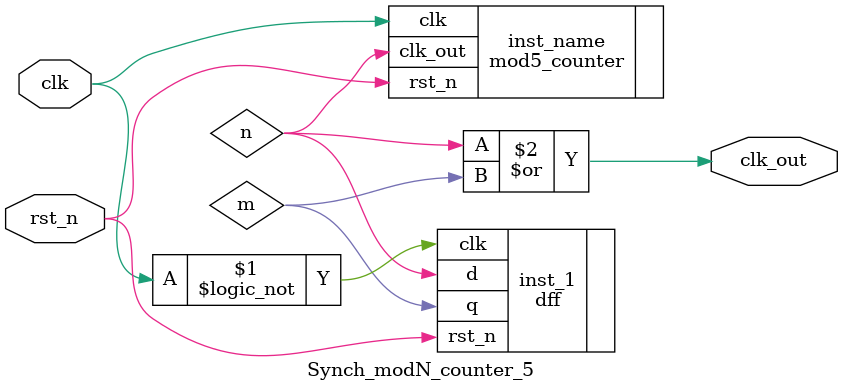
<source format=v>

module Synch_modN_counter_5(
input clk,
input rst_n,
output clk_out
); 

wire n,m; 
mod5_counter inst_name (.clk(clk), .rst_n(rst_n), .clk_out(n)); 
dff inst_1(.clk(!clk),.rst_n(rst_n),.d(n),.q(m)); 
assign clk_out = n|m; 


endmodule 
</source>
